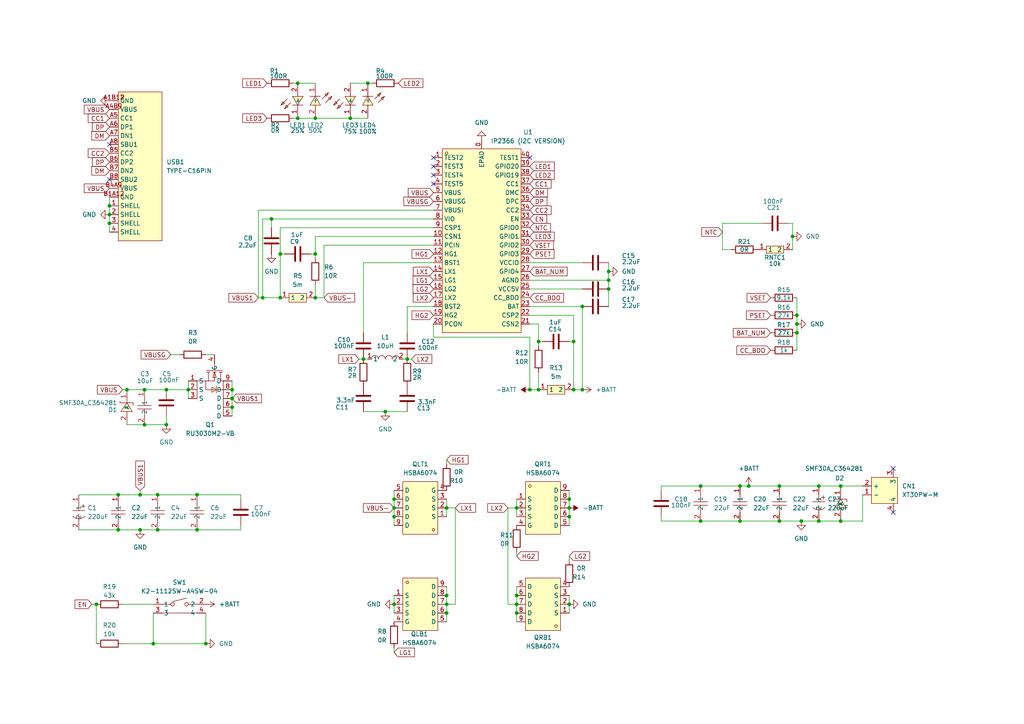
<source format=kicad_sch>
(kicad_sch (version 20250114) (generator "eeschema") (generator_version "9.0")
  (paper "A4")
  (junction (at 76.2 86.36))
  (junction (at 114.3 149.86))
  (junction (at 149.86 147.32))
  (junction (at 153.67 113.03))
  (junction (at 166.37 113.03))
  (junction (at 48.26 113.03))
  (junction (at 86.36 24.13))
  (junction (at 31.75 64.77))
  (junction (at 129.54 147.32))
  (junction (at 44.45 186.69))
  (junction (at 129.54 172.72))
  (junction (at 78.74 63.5))
  (junction (at 101.6 34.29))
  (junction (at 106.68 24.13))
  (junction (at 40.64 143.51))
  (junction (at 231.14 96.52))
  (junction (at 231.14 93.98))
  (junction (at 57.15 143.51))
  (junction (at 86.36 34.29))
  (junction (at 114.3 144.78))
  (junction (at 67.31 115.57))
  (junction (at 203.2 140.97))
  (junction (at 149.86 177.8))
  (junction (at 217.17 140.97))
  (junction (at 226.06 140.97))
  (junction (at 129.54 175.26))
  (junction (at 34.29 143.51))
  (junction (at 165.1 149.86))
  (junction (at 118.11 104.14))
  (junction (at 31.75 59.69))
  (junction (at 57.15 153.67))
  (junction (at 59.69 186.69))
  (junction (at 156.21 113.03))
  (junction (at 166.37 99.06))
  (junction (at 168.91 113.03))
  (junction (at 54.61 113.03))
  (junction (at 67.31 118.11))
  (junction (at 165.1 147.32))
  (junction (at 176.53 78.74))
  (junction (at 36.83 113.03))
  (junction (at 214.63 151.13))
  (junction (at 45.72 143.51))
  (junction (at 81.28 86.36))
  (junction (at 237.49 140.97))
  (junction (at 91.44 73.66))
  (junction (at 229.87 68.58))
  (junction (at 149.86 175.26))
  (junction (at 231.14 91.44))
  (junction (at 214.63 140.97))
  (junction (at 226.06 151.13))
  (junction (at 165.1 175.26))
  (junction (at 40.64 153.67))
  (junction (at 34.29 153.67))
  (junction (at 114.3 147.32))
  (junction (at 176.53 83.82))
  (junction (at 203.2 151.13))
  (junction (at 91.44 86.36))
  (junction (at 27.94 175.26))
  (junction (at 111.76 119.38))
  (junction (at 41.91 113.03))
  (junction (at 156.21 99.06))
  (junction (at 243.84 151.13))
  (junction (at 232.41 151.13))
  (junction (at 67.31 113.03))
  (junction (at 149.86 172.72))
  (junction (at 45.72 153.67))
  (junction (at 165.1 144.78))
  (junction (at 48.26 123.19))
  (junction (at 176.53 81.28))
  (junction (at 81.28 73.66))
  (junction (at 114.3 175.26))
  (junction (at 129.54 177.8))
  (junction (at 243.84 140.97))
  (junction (at 237.49 151.13))
  (junction (at 31.75 62.23))
  (junction (at 105.41 104.14))
  (junction (at 91.44 34.29))
  (junction (at 168.91 88.9))
  (junction (at 41.91 123.19))
  (no_connect (at 31.75 41.91))
  (no_connect (at 153.67 45.72))
  (no_connect (at 125.73 53.34))
  (no_connect (at 31.75 52.07))
  (no_connect (at 125.73 48.26))
  (no_connect (at 259.08 135.89))
  (no_connect (at 125.73 45.72))
  (no_connect (at 125.73 50.8))
  (no_connect (at 259.08 148.59))
  (wire (pts (xy 132.08 147.32) (xy 132.08 175.26)))
  (wire (pts (xy 232.41 151.13) (xy 237.49 151.13)))
  (wire (pts (xy 231.14 86.36) (xy 231.14 91.44)))
  (wire (pts (xy 40.64 153.67) (xy 45.72 153.67)))
  (wire (pts (xy 156.21 107.95) (xy 156.21 113.03)))
  (wire (pts (xy 26.67 175.26) (xy 27.94 175.26)))
  (wire (pts (xy 101.6 34.29) (xy 106.68 34.29)))
  (wire (pts (xy 231.14 93.98) (xy 231.14 96.52)))
  (wire (pts (xy 129.54 144.78) (xy 129.54 147.32)))
  (wire (pts (xy 104.14 104.14) (xy 105.41 104.14)))
  (wire (pts (xy 226.06 140.97) (xy 237.49 140.97)))
  (wire (pts (xy 91.44 82.55) (xy 91.44 86.36)))
  (wire (pts (xy 114.3 142.24) (xy 114.3 144.78)))
  (wire (pts (xy 165.1 142.24) (xy 165.1 144.78)))
  (wire (pts (xy 118.11 88.9) (xy 118.11 96.52)))
  (wire (pts (xy 176.53 83.82) (xy 176.53 88.9)))
  (wire (pts (xy 86.36 34.29) (xy 91.44 34.29)))
  (wire (pts (xy 231.14 91.44) (xy 231.14 93.98)))
  (wire (pts (xy 81.28 73.66) (xy 81.28 86.36)))
  (wire (pts (xy 85.09 34.29) (xy 86.36 34.29)))
  (wire (pts (xy 22.86 143.51) (xy 34.29 143.51)))
  (wire (pts (xy 81.28 66.04) (xy 81.28 73.66)))
  (wire (pts (xy 59.69 186.69) (xy 44.45 186.69)))
  (wire (pts (xy 41.91 113.03) (xy 48.26 113.03)))
  (wire (pts (xy 22.86 153.67) (xy 34.29 153.67)))
  (wire (pts (xy 54.61 110.49) (xy 54.61 113.03)))
  (wire (pts (xy 105.41 76.2) (xy 105.41 96.52)))
  (wire (pts (xy 125.73 88.9) (xy 118.11 88.9)))
  (wire (pts (xy 114.3 147.32) (xy 114.3 149.86)))
  (wire (pts (xy 166.37 113.03) (xy 168.91 113.03)))
  (wire (pts (xy 118.11 104.14) (xy 119.38 104.14)))
  (wire (pts (xy 153.67 83.82) (xy 168.91 83.82)))
  (wire (pts (xy 153.67 113.03) (xy 156.21 113.03)))
  (wire (pts (xy 237.49 140.97) (xy 243.84 140.97)))
  (wire (pts (xy 209.55 64.77) (xy 209.55 72.39)))
  (wire (pts (xy 67.31 110.49) (xy 67.31 113.03)))
  (wire (pts (xy 105.41 119.38) (xy 111.76 119.38)))
  (wire (pts (xy 153.67 91.44) (xy 166.37 91.44)))
  (wire (pts (xy 74.93 60.96) (xy 74.93 86.36)))
  (wire (pts (xy 34.29 153.67) (xy 40.64 153.67)))
  (wire (pts (xy 153.67 81.28) (xy 176.53 81.28)))
  (wire (pts (xy 168.91 113.03) (xy 168.91 88.9)))
  (wire (pts (xy 125.73 71.12) (xy 93.98 71.12)))
  (wire (pts (xy 209.55 72.39) (xy 212.09 72.39)))
  (wire (pts (xy 237.49 151.13) (xy 243.84 151.13)))
  (wire (pts (xy 129.54 133.35) (xy 129.54 134.62)))
  (wire (pts (xy 176.53 76.2) (xy 176.53 78.74)))
  (wire (pts (xy 76.2 86.36) (xy 81.28 86.36)))
  (wire (pts (xy 191.77 149.86) (xy 191.77 151.13)))
  (wire (pts (xy 165.1 99.06) (xy 166.37 99.06)))
  (wire (pts (xy 129.54 172.72) (xy 129.54 175.26)))
  (wire (pts (xy 34.29 143.51) (xy 40.64 143.51)))
  (wire (pts (xy 220.98 64.77) (xy 209.55 64.77)))
  (wire (pts (xy 52.07 102.87) (xy 49.53 102.87)))
  (wire (pts (xy 157.48 99.06) (xy 156.21 99.06)))
  (wire (pts (xy 149.86 147.32) (xy 149.86 149.86)))
  (wire (pts (xy 149.86 144.78) (xy 149.86 147.32)))
  (wire (pts (xy 129.54 175.26) (xy 129.54 177.8)))
  (wire (pts (xy 54.61 113.03) (xy 54.61 115.57)))
  (wire (pts (xy 27.94 175.26) (xy 27.94 186.69)))
  (wire (pts (xy 31.75 62.23) (xy 31.75 64.77)))
  (wire (pts (xy 111.76 119.38) (xy 118.11 119.38)))
  (wire (pts (xy 114.3 149.86) (xy 114.3 152.4)))
  (wire (pts (xy 168.91 88.9) (xy 153.67 88.9)))
  (wire (pts (xy 31.75 64.77) (xy 31.75 67.31)))
  (wire (pts (xy 40.64 142.24) (xy 40.64 143.51)))
  (wire (pts (xy 129.54 147.32) (xy 132.08 147.32)))
  (wire (pts (xy 74.93 86.36) (xy 76.2 86.36)))
  (wire (pts (xy 44.45 186.69) (xy 35.56 186.69)))
  (wire (pts (xy 129.54 170.18) (xy 129.54 172.72)))
  (wire (pts (xy 229.87 72.39) (xy 229.87 68.58)))
  (wire (pts (xy 114.3 175.26) (xy 114.3 177.8)))
  (wire (pts (xy 67.31 118.11) (xy 67.31 120.65)))
  (wire (pts (xy 149.86 177.8) (xy 149.86 180.34)))
  (wire (pts (xy 59.69 102.87) (xy 62.23 102.87)))
  (wire (pts (xy 40.64 143.51) (xy 45.72 143.51)))
  (wire (pts (xy 69.85 143.51) (xy 69.85 144.78)))
  (wire (pts (xy 166.37 91.44) (xy 166.37 99.06)))
  (wire (pts (xy 165.1 149.86) (xy 165.1 152.4)))
  (wire (pts (xy 165.1 175.26) (xy 165.1 177.8)))
  (wire (pts (xy 36.83 123.19) (xy 41.91 123.19)))
  (wire (pts (xy 36.83 113.03) (xy 41.91 113.03)))
  (wire (pts (xy 91.44 73.66) (xy 91.44 74.93)))
  (wire (pts (xy 147.32 147.32) (xy 147.32 175.26)))
  (wire (pts (xy 149.86 170.18) (xy 149.86 172.72)))
  (wire (pts (xy 69.85 153.67) (xy 69.85 152.4)))
  (wire (pts (xy 132.08 175.26) (xy 129.54 175.26)))
  (wire (pts (xy 149.86 147.32) (xy 147.32 147.32)))
  (wire (pts (xy 31.75 59.69) (xy 31.75 62.23)))
  (wire (pts (xy 166.37 99.06) (xy 166.37 113.03)))
  (wire (pts (xy 91.44 68.58) (xy 91.44 73.66)))
  (wire (pts (xy 45.72 143.51) (xy 57.15 143.51)))
  (wire (pts (xy 114.3 172.72) (xy 114.3 175.26)))
  (wire (pts (xy 101.6 24.13) (xy 106.68 24.13)))
  (wire (pts (xy 125.73 63.5) (xy 78.74 63.5)))
  (wire (pts (xy 114.3 144.78) (xy 114.3 147.32)))
  (wire (pts (xy 57.15 153.67) (xy 69.85 153.67)))
  (wire (pts (xy 44.45 177.8) (xy 44.45 186.69)))
  (wire (pts (xy 67.31 115.57) (xy 67.31 118.11)))
  (wire (pts (xy 214.63 151.13) (xy 226.06 151.13)))
  (wire (pts (xy 149.86 161.29) (xy 149.86 160.02)))
  (wire (pts (xy 229.87 64.77) (xy 228.6 64.77)))
  (wire (pts (xy 114.3 189.23) (xy 114.3 187.96)))
  (wire (pts (xy 226.06 151.13) (xy 232.41 151.13)))
  (wire (pts (xy 59.69 177.8) (xy 59.69 186.69)))
  (wire (pts (xy 90.17 73.66) (xy 91.44 73.66)))
  (wire (pts (xy 125.73 97.79) (xy 153.67 97.79)))
  (wire (pts (xy 35.56 175.26) (xy 44.45 175.26)))
  (wire (pts (xy 129.54 177.8) (xy 129.54 180.34)))
  (wire (pts (xy 86.36 24.13) (xy 91.44 24.13)))
  (wire (pts (xy 125.73 66.04) (xy 81.28 66.04)))
  (wire (pts (xy 176.53 81.28) (xy 176.53 83.82)))
  (wire (pts (xy 76.2 63.5) (xy 76.2 86.36)))
  (wire (pts (xy 191.77 140.97) (xy 203.2 140.97)))
  (wire (pts (xy 31.75 57.15) (xy 31.75 59.69)))
  (wire (pts (xy 165.1 172.72) (xy 165.1 175.26)))
  (wire (pts (xy 156.21 99.06) (xy 156.21 100.33)))
  (wire (pts (xy 165.1 144.78) (xy 165.1 147.32)))
  (wire (pts (xy 91.44 86.36) (xy 93.98 86.36)))
  (wire (pts (xy 78.74 63.5) (xy 78.74 66.04)))
  (wire (pts (xy 153.67 76.2) (xy 168.91 76.2)))
  (wire (pts (xy 67.31 113.03) (xy 67.31 115.57)))
  (wire (pts (xy 250.19 151.13) (xy 243.84 151.13)))
  (wire (pts (xy 165.1 147.32) (xy 165.1 149.86)))
  (wire (pts (xy 156.21 93.98) (xy 156.21 99.06)))
  (wire (pts (xy 214.63 140.97) (xy 217.17 140.97)))
  (wire (pts (xy 191.77 142.24) (xy 191.77 140.97)))
  (wire (pts (xy 48.26 113.03) (xy 54.61 113.03)))
  (wire (pts (xy 176.53 78.74) (xy 176.53 81.28)))
  (wire (pts (xy 116.84 104.14) (xy 118.11 104.14)))
  (wire (pts (xy 243.84 140.97) (xy 250.19 140.97)))
  (wire (pts (xy 165.1 161.29) (xy 165.1 162.56)))
  (wire (pts (xy 217.17 140.97) (xy 226.06 140.97)))
  (wire (pts (xy 125.73 68.58) (xy 91.44 68.58)))
  (wire (pts (xy 153.67 93.98) (xy 156.21 93.98)))
  (wire (pts (xy 129.54 147.32) (xy 129.54 149.86)))
  (wire (pts (xy 57.15 143.51) (xy 69.85 143.51)))
  (wire (pts (xy 45.72 153.67) (xy 57.15 153.67)))
  (wire (pts (xy 125.73 60.96) (xy 74.93 60.96)))
  (wire (pts (xy 149.86 172.72) (xy 149.86 175.26)))
  (wire (pts (xy 106.68 24.13) (xy 107.95 24.13)))
  (wire (pts (xy 82.55 73.66) (xy 81.28 73.66)))
  (wire (pts (xy 125.73 93.98) (xy 125.73 97.79)))
  (wire (pts (xy 203.2 151.13) (xy 214.63 151.13)))
  (wire (pts (xy 231.14 96.52) (xy 231.14 101.6)))
  (wire (pts (xy 229.87 68.58) (xy 229.87 64.77)))
  (wire (pts (xy 105.41 104.14) (xy 106.68 104.14)))
  (wire (pts (xy 91.44 34.29) (xy 101.6 34.29)))
  (wire (pts (xy 250.19 143.51) (xy 250.19 151.13)))
  (wire (pts (xy 48.26 120.65) (xy 48.26 123.19)))
  (wire (pts (xy 41.91 123.19) (xy 48.26 123.19)))
  (wire (pts (xy 93.98 71.12) (xy 93.98 86.36)))
  (wire (pts (xy 203.2 140.97) (xy 214.63 140.97)))
  (wire (pts (xy 35.56 113.03) (xy 36.83 113.03)))
  (wire (pts (xy 153.67 97.79) (xy 153.67 113.03)))
  (wire (pts (xy 149.86 175.26) (xy 149.86 177.8)))
  (wire (pts (xy 85.09 24.13) (xy 86.36 24.13)))
  (wire (pts (xy 125.73 76.2) (xy 105.41 76.2)))
  (wire (pts (xy 147.32 175.26) (xy 149.86 175.26)))
  (wire (pts (xy 78.74 63.5) (xy 76.2 63.5)))
  (wire (pts (xy 191.77 151.13) (xy 203.2 151.13)))
  (global_label "EN" (shape input) (at 153.67 63.5 0) (property "Intersheetrefs" "${INTERSHEET_REFS}" (effects (hide yes))))
  (global_label "VBUS1" (shape input) (at 74.93 86.36 180) (property "Intersheetrefs" "${INTERSHEET_REFS}" (effects (hide yes))))
  (global_label "HG2" (shape input) (at 149.86 161.29 0) (property "Intersheetrefs" "${INTERSHEET_REFS}" (effects (hide yes))))
  (global_label "LG1" (shape input) (at 125.73 81.28 180) (property "Intersheetrefs" "${INTERSHEET_REFS}" (effects (hide yes))))
  (global_label "LX1" (shape input) (at 125.73 78.74 180) (property "Intersheetrefs" "${INTERSHEET_REFS}" (effects (hide yes))))
  (global_label "VBUS" (shape input) (at 35.56 113.03 180) (property "Intersheetrefs" "${INTERSHEET_REFS}" (effects (hide yes))))
  (global_label "DM" (shape input) (at 31.75 39.37 180) (property "Intersheetrefs" "${INTERSHEET_REFS}" (effects (hide yes))))
  (global_label "LX2" (shape input) (at 147.32 147.32 180) (property "Intersheetrefs" "${INTERSHEET_REFS}" (effects (hide yes))))
  (global_label "LG2" (shape input) (at 125.73 83.82 180) (property "Intersheetrefs" "${INTERSHEET_REFS}" (effects (hide yes))))
  (global_label "LED3" (shape input) (at 153.67 68.58 0) (property "Intersheetrefs" "${INTERSHEET_REFS}" (effects (hide yes))))
  (global_label "CC1" (shape input) (at 153.67 53.34 0) (property "Intersheetrefs" "${INTERSHEET_REFS}" (effects (hide yes))))
  (global_label "LED1" (shape input) (at 153.67 48.26 0) (property "Intersheetrefs" "${INTERSHEET_REFS}" (effects (hide yes))))
  (global_label "VBUS" (shape input) (at 31.75 31.75 180) (property "Intersheetrefs" "${INTERSHEET_REFS}" (effects (hide yes))))
  (global_label "VSET" (shape input) (at 223.52 86.36 180) (property "Intersheetrefs" "${INTERSHEET_REFS}" (effects (hide yes))))
  (global_label "HG1" (shape input) (at 129.54 133.35 0) (property "Intersheetrefs" "${INTERSHEET_REFS}" (effects (hide yes))))
  (global_label "LED1" (shape input) (at 77.47 24.13 180) (property "Intersheetrefs" "${INTERSHEET_REFS}" (effects (hide yes))))
  (global_label "CC_BDO" (shape input) (at 153.67 86.36 0) (property "Intersheetrefs" "${INTERSHEET_REFS}" (effects (hide yes))))
  (global_label "VBUS-" (shape input) (at 93.98 86.36 0) (property "Intersheetrefs" "${INTERSHEET_REFS}" (effects (hide yes))))
  (global_label "DP" (shape input) (at 31.75 36.83 180) (property "Intersheetrefs" "${INTERSHEET_REFS}" (effects (hide yes))))
  (global_label "PSET" (shape input) (at 153.67 73.66 0) (property "Intersheetrefs" "${INTERSHEET_REFS}" (effects (hide yes))))
  (global_label "VBUS" (shape input) (at 31.75 54.61 180) (property "Intersheetrefs" "${INTERSHEET_REFS}" (effects (hide yes))))
  (global_label "CC1" (shape input) (at 31.75 34.29 180) (property "Intersheetrefs" "${INTERSHEET_REFS}" (effects (hide yes))))
  (global_label "LX1" (shape input) (at 132.08 147.32 0) (property "Intersheetrefs" "${INTERSHEET_REFS}" (effects (hide yes))))
  (global_label "VBUS1" (shape input) (at 40.64 142.24 90) (property "Intersheetrefs" "${INTERSHEET_REFS}" (effects (hide yes))))
  (global_label "HG2" (shape input) (at 125.73 91.44 180) (property "Intersheetrefs" "${INTERSHEET_REFS}" (effects (hide yes))))
  (global_label "NTC" (shape input) (at 209.55 67.31 180) (property "Intersheetrefs" "${INTERSHEET_REFS}" (effects (hide yes))))
  (global_label "EN" (shape input) (at 26.67 175.26 180) (property "Intersheetrefs" "${INTERSHEET_REFS}" (effects (hide yes))))
  (global_label "VBUS-" (shape input) (at 114.3 147.32 180) (property "Intersheetrefs" "${INTERSHEET_REFS}" (effects (hide yes))))
  (global_label "LG1" (shape input) (at 114.3 189.23 0) (property "Intersheetrefs" "${INTERSHEET_REFS}" (effects (hide yes))))
  (global_label "LED2" (shape input) (at 115.57 24.13 0) (property "Intersheetrefs" "${INTERSHEET_REFS}" (effects (hide yes))))
  (global_label "DP" (shape input) (at 153.67 58.42 0) (property "Intersheetrefs" "${INTERSHEET_REFS}" (effects (hide yes))))
  (global_label "LED2" (shape input) (at 153.67 50.8 0) (property "Intersheetrefs" "${INTERSHEET_REFS}" (effects (hide yes))))
  (global_label "CC_BDO" (shape input) (at 223.52 101.6 180) (property "Intersheetrefs" "${INTERSHEET_REFS}" (effects (hide yes))))
  (global_label "VSET" (shape input) (at 153.67 71.12 0) (property "Intersheetrefs" "${INTERSHEET_REFS}" (effects (hide yes))))
  (global_label "PSET" (shape input) (at 223.52 91.44 180) (property "Intersheetrefs" "${INTERSHEET_REFS}" (effects (hide yes))))
  (global_label "NTC" (shape input) (at 153.67 66.04 0) (property "Intersheetrefs" "${INTERSHEET_REFS}" (effects (hide yes))))
  (global_label "LX2" (shape input) (at 119.38 104.14 0) (property "Intersheetrefs" "${INTERSHEET_REFS}" (effects (hide yes))))
  (global_label "CC2" (shape input) (at 153.67 60.96 0) (property "Intersheetrefs" "${INTERSHEET_REFS}" (effects (hide yes))))
  (global_label "LED3" (shape input) (at 77.47 34.29 180) (property "Intersheetrefs" "${INTERSHEET_REFS}" (effects (hide yes))))
  (global_label "VBUS" (shape input) (at 125.73 55.88 180) (property "Intersheetrefs" "${INTERSHEET_REFS}" (effects (hide yes))))
  (global_label "LX2" (shape input) (at 125.73 86.36 180) (property "Intersheetrefs" "${INTERSHEET_REFS}" (effects (hide yes))))
  (global_label "DP" (shape input) (at 31.75 46.99 180) (property "Intersheetrefs" "${INTERSHEET_REFS}" (effects (hide yes))))
  (global_label "VBUSG" (shape input) (at 49.53 102.87 180) (property "Intersheetrefs" "${INTERSHEET_REFS}" (effects (hide yes))))
  (global_label "VBUSG" (shape input) (at 125.73 58.42 180) (property "Intersheetrefs" "${INTERSHEET_REFS}" (effects (hide yes))))
  (global_label "HG1" (shape input) (at 125.73 73.66 180) (property "Intersheetrefs" "${INTERSHEET_REFS}" (effects (hide yes))))
  (global_label "VBUS1" (shape input) (at 67.31 115.57 0) (property "Intersheetrefs" "${INTERSHEET_REFS}" (effects (hide yes))))
  (global_label "LG2" (shape input) (at 165.1 161.29 0) (property "Intersheetrefs" "${INTERSHEET_REFS}" (effects (hide yes))))
  (global_label "LX1" (shape input) (at 104.14 104.14 180) (property "Intersheetrefs" "${INTERSHEET_REFS}" (effects (hide yes))))
  (global_label "CC2" (shape input) (at 31.75 44.45 180) (property "Intersheetrefs" "${INTERSHEET_REFS}" (effects (hide yes))))
  (global_label "DM" (shape input) (at 31.75 49.53 180) (property "Intersheetrefs" "${INTERSHEET_REFS}" (effects (hide yes))))
  (global_label "BAT_NUM" (shape input) (at 153.67 78.74 0) (property "Intersheetrefs" "${INTERSHEET_REFS}" (effects (hide yes))))
  (global_label "BAT_NUM" (shape input) (at 223.52 96.52 180) (property "Intersheetrefs" "${INTERSHEET_REFS}" (effects (hide yes))))
  (global_label "DM" (shape input) (at 153.67 55.88 0) (property "Intersheetrefs" "${INTERSHEET_REFS}" (effects (hide yes))))
  (symbol (lib_id "EASYEDA2KICAD:IP2366(I2CVERSION)") (at 139.7 68.58 0) (unit 1)
    (property "Reference" "U1" (at 153.162 38.354 0))
    (property "Value" "IP2366 (I2C VERSION)" (at 153.162 40.894 0))
    (property "Footprint" "easyeda2kicad:QFN-40_L5.0-W5.0-P0.40-TL-EP3.7" (effects (hide yes)))
    (property "LCSC Part" "C20415848" (effects (hide yes)))
  )
  (symbol (lib_id "Device:R") (at 227.33 96.52 90) (unit 1)
    (property "Reference" "R17" (at 227.33 94.234 90))
    (property "Value" "27k" (at 227.33 96.52 90))
    (property "Footprint" "Resistor_SMD:R_0603_1608Metric_Pad0.98x0.95mm_HandSolder" (effects (hide yes)))
    (property "Description" "Resistor" (effects (hide yes)))
  )
  (symbol (lib_id "easyeda2kicad:NCD0603W1") (at 91.44 29.21 270) (unit 1)
    (property "Reference" "LED2" (at 91.44 36.322 90))
    (property "Value" "50%" (at 91.44 37.846 90))
    (property "Footprint" "easyeda2kicad:LED0603-RD" (effects (hide yes)))
    (property "Datasheet" "https://lcsc.com/product-detail/Light-Emitting-Diodes-LED_White-light-SMDLED-200-225mcdatIF-5mA-Color-temperature-C_C84265.html" (effects (hide yes)))
    (property "LCSC Part" "C84265" (effects (hide yes)))
  )
  (symbol (lib_id "easyeda2kicad:SMF30A_C364281") (at 243.84 146.05 270) (unit 1)
    (property "Reference" "D2" (at 244.856 138.684 90) (effects (justify right)))
    (property "Value" "SMF30A_C364281" (at 250.444 135.89 90) (effects (justify right)))
    (property "Footprint" "easyeda2kicad:SOD-123_L2.6-W1.6-LS3.5-RD" (effects (hide yes)))
    (property "Datasheet" "https://lcsc.com/product-detail/Others_MDD-Jiangsu-Yutai-Elec-SMF30A_C364281.html" (effects (hide yes)))
    (property "LCSC Part" "C364281" (effects (hide yes)))
  )
  (symbol (lib_id "EASYEDA2KICAD:RU3030M2-VB") (at 59.69 113.03 270) (unit 1)
    (property "Reference" "Q1" (at 60.96 123.19 90))
    (property "Value" "RU3030M2-VB" (at 60.96 125.73 90))
    (property "Footprint" "easyeda2kicad:DFN-8_L3.0-W3.0-P0.65-BL_VBQFXXXX" (effects (hide yes)))
    (property "LCSC Part" "C19190164" (effects (hide yes)))
  )
  (symbol (lib_id "easyeda2kicad:GMK325BJ226MM-P") (at 45.72 148.59 270) (unit 1)
    (property "Reference" "C4" (at 49.53 147.3199 90) (effects (justify left)))
    (property "Value" "22uF" (at 49.53 149.8599 90) (effects (justify left)))
    (property "Footprint" "easyeda2kicad:C1210" (effects (hide yes)))
    (property "LCSC Part" "C778721" (effects (hide yes)))
  )
  (symbol (lib_id "easyeda2kicad:NCD0603W1") (at 106.68 29.21 270) (unit 1)
    (property "Reference" "LED4" (at 106.68 36.322 90))
    (property "Value" "100%" (at 106.68 38.1 90))
    (property "Footprint" "easyeda2kicad:LED0603-RD" (effects (hide yes)))
    (property "Datasheet" "https://lcsc.com/product-detail/Light-Emitting-Diodes-LED_White-light-SMDLED-200-225mcdatIF-5mA-Color-temperature-C_C84265.html" (effects (hide yes)))
    (property "LCSC Part" "C84265" (effects (hide yes)))
  )
  (symbol (lib_id "Device:R") (at 129.54 138.43 180) (unit 1)
    (property "Reference" "R10" (at 134.366 139.446 0) (effects (justify left)))
    (property "Value" "0R" (at 134.366 136.906 0) (effects (justify left)))
    (property "Footprint" "Resistor_SMD:R_0603_1608Metric_Pad0.98x0.95mm_HandSolder" (effects (hide yes)))
    (property "Description" "Resistor" (effects (hide yes)))
  )
  (symbol (lib_id "power:+BATT") (at 59.69 175.26 270) (unit 1)
    (property "Reference" "#PWR019" (effects (hide yes)))
    (property "Value" "+BATT" (at 63.5 175.2599 90) (effects (justify left)))
    (property "Description" "Power symbol creates a global label with name \"+BATT\"" (effects (hide yes)))
  )
  (symbol (lib_id "EASYEDA2KICAD:TYPE-C16PIN") (at 40.64 48.26 0) (unit 1)
    (property "Reference" "USB1" (at 48.26 46.9899 0) (effects (justify left)))
    (property "Value" "TYPE-C16PIN" (at 48.26 49.5299 0) (effects (justify left)))
    (property "Footprint" "easyeda2kicad:USB-C-SMD_TYPE-C16PIN" (effects (hide yes)))
    (property "Datasheet" "https://lcsc.com/product-detail/USB-Connectors_SHOU-HAN-TYPE-C16PIN_C393939.html" (effects (hide yes)))
    (property "LCSC Part" "C393939" (effects (hide yes)))
  )
  (symbol (lib_id "EASYEDA2KICAD:HSBA6074") (at 121.92 175.26 0) (unit 1)
    (property "Reference" "QLB1" (at 121.666 183.896 0))
    (property "Value" "HSBA6074" (at 121.666 186.436 0))
    (property "Footprint" "easyeda2kicad:DFN-8_L5.7-W5.1-P1.27-LS6.1-BL-2" (effects (hide yes)))
    (property "LCSC Part" "C2903566" (effects (hide yes)))
  )
  (symbol (lib_id "power:GND") (at 139.7 40.64 180) (unit 1)
    (property "Reference" "#PWR08" (effects (hide yes)))
    (property "Value" "GND" (at 139.7 35.56 0))
    (property "Description" "Power symbol creates a global label with name \"GND\" , ground" (effects (hide yes)))
  )
  (symbol (lib_id "power:GND") (at 48.26 123.19 0) (unit 1)
    (property "Reference" "#PWR04" (effects (hide yes)))
    (property "Value" "GND" (at 48.26 128.27 0))
    (property "Description" "Power symbol creates a global label with name \"GND\" , ground" (effects (hide yes)))
  )
  (symbol (lib_id "Device:C") (at 118.11 100.33 0) (unit 1)
    (property "Reference" "C12" (at 122.174 99.06 0) (effects (justify left)))
    (property "Value" "100nF" (at 121.158 100.838 0) (effects (justify left)))
    (property "Footprint" "Capacitor_SMD:C_0603_1608Metric_Pad1.08x0.95mm_HandSolder" (effects (hide yes)))
    (property "Description" "Unpolarized capacitor" (effects (hide yes)))
  )
  (symbol (lib_id "Device:C") (at 86.36 73.66 270) (unit 1)
    (property "Reference" "C9" (at 84.074 70.104 90) (effects (justify left)))
    (property "Value" "1uF" (at 84.328 68.072 90) (effects (justify left)))
    (property "Footprint" "Capacitor_SMD:C_0603_1608Metric_Pad1.08x0.95mm_HandSolder" (effects (hide yes)))
    (property "Description" "Unpolarized capacitor" (effects (hide yes)))
  )
  (symbol (lib_id "Device:R") (at 31.75 175.26 90) (unit 1)
    (property "Reference" "R19" (at 31.75 170.18 90))
    (property "Value" "43k" (at 31.75 172.72 90))
    (property "Footprint" "Resistor_SMD:R_0603_1608Metric_Pad0.98x0.95mm_HandSolder" (effects (hide yes)))
    (property "Description" "Resistor" (effects (hide yes)))
  )
  (symbol (lib_id "easyeda2kicad:FRM121WFR005TM") (at 86.36 86.36 0) (unit 1)
    (property "Reference" "R5" (at 86.36 80.01 0))
    (property "Value" "5m" (at 86.36 82.55 0))
    (property "Footprint" "Resistor_SMD:R_2512_6332Metric_Pad1.40x3.35mm_HandSolder" (effects (hide yes)))
    (property "LCSC Part" "C5123656" (effects (hide yes)))
  )
  (symbol (lib_id "power:GND") (at 59.69 186.69 90) (unit 1)
    (property "Reference" "#PWR018" (effects (hide yes)))
    (property "Value" "GND" (at 63.5 186.6899 90) (effects (justify right)))
    (property "Description" "Power symbol creates a global label with name \"GND\" , ground" (effects (hide yes)))
  )
  (symbol (lib_id "easyeda2kicad:SPZ1VM221F11O00RAXXX") (at 22.86 148.59 270) (unit 1)
    (property "Reference" "C1" (at 25.4 147.3199 90) (effects (justify left)))
    (property "Value" "220uF" (at 25.4 149.8599 90) (effects (justify left)))
    (property "Footprint" "easyeda2kicad:CAP-TH_BD8.0-P3.50-D0.6-FD" (effects (hide yes)))
    (property "LCSC Part" "C2688260" (effects (hide yes)))
  )
  (symbol (lib_id "Device:R") (at 81.28 34.29 270) (unit 1)
    (property "Reference" "R2" (at 78.486 36.322 90) (effects (justify left)))
    (property "Value" "0R" (at 78.486 37.846 90) (effects (justify left)))
    (property "Footprint" "Resistor_SMD:R_0603_1608Metric_Pad0.98x0.95mm_HandSolder" (effects (hide yes)))
    (property "Description" "Resistor" (effects (hide yes)))
  )
  (symbol (lib_id "power:+BATT") (at 217.17 140.97 0) (unit 1)
    (property "Reference" "#PWR014" (effects (hide yes)))
    (property "Value" "+BATT" (at 217.17 135.89 0))
    (property "Description" "Power symbol creates a global label with name \"+BATT\"" (effects (hide yes)))
  )
  (symbol (lib_id "Device:C") (at 105.41 115.57 0) (unit 1)
    (property "Reference" "C11" (at 97.282 118.11 0) (effects (justify left)))
    (property "Value" "3.3nF" (at 97.536 116.078 0) (effects (justify left)))
    (property "Footprint" "Capacitor_SMD:C_0603_1608Metric_Pad1.08x0.95mm_HandSolder" (effects (hide yes)))
    (property "Description" "Unpolarized capacitor" (effects (hide yes)))
  )
  (symbol (lib_id "power:GND") (at 40.64 153.67 0) (unit 1)
    (property "Reference" "#PWR03" (effects (hide yes)))
    (property "Value" "GND" (at 40.64 158.75 0))
    (property "Description" "Power symbol creates a global label with name \"GND\" , ground" (effects (hide yes)))
  )
  (symbol (lib_id "Device:C") (at 48.26 116.84 0) (unit 1)
    (property "Reference" "C5" (at 46.99 108.458 0) (effects (justify left)))
    (property "Value" "100nF" (at 45.974 110.236 0) (effects (justify left)))
    (property "Footprint" "Capacitor_SMD:C_0603_1608Metric_Pad1.08x0.95mm_HandSolder" (effects (hide yes)))
    (property "Description" "Unpolarized capacitor" (effects (hide yes)))
  )
  (symbol (lib_id "Device:C") (at 224.79 64.77 90) (unit 1)
    (property "Reference" "C21" (at 226.314 60.198 90) (effects (justify left)))
    (property "Value" "100nF" (at 227.33 58.42 90) (effects (justify left)))
    (property "Footprint" "Capacitor_SMD:C_0603_1608Metric_Pad1.08x0.95mm_HandSolder" (effects (hide yes)))
    (property "Description" "Unpolarized capacitor" (effects (hide yes)))
  )
  (symbol (lib_id "easyeda2kicad:RC0603FR-0710KL") (at 224.79 72.39 0) (unit 1)
    (property "Reference" "RNTC1" (at 224.79 74.676 0))
    (property "Value" "10k" (at 224.79 76.454 0))
    (property "Footprint" "easyeda2kicad:R0603" (effects (hide yes)))
    (property "Datasheet" "https://lcsc.com/product-detail/Chip-Resistor-Surface-Mount_10KR-1_C98220.html" (effects (hide yes)))
    (property "LCSC Part" "C98220" (effects (hide yes)))
  )
  (symbol (lib_id "Device:C") (at 172.72 88.9 270) (unit 1)
    (property "Reference" "C17" (at 180.34 86.868 90) (effects (justify left)))
    (property "Value" "2.2uF" (at 180.34 88.646 90) (effects (justify left)))
    (property "Footprint" "Capacitor_SMD:C_0603_1608Metric_Pad1.08x0.95mm_HandSolder" (effects (hide yes)))
    (property "Description" "Unpolarized capacitor" (effects (hide yes)))
  )
  (symbol (lib_id "Device:R") (at 156.21 104.14 0) (unit 1)
    (property "Reference" "R12" (at 149.352 102.362 0) (effects (justify left)))
    (property "Value" "10R" (at 149.352 104.902 0) (effects (justify left)))
    (property "Footprint" "Capacitor_SMD:C_0603_1608Metric_Pad1.08x0.95mm_HandSolder" (effects (hide yes)))
    (property "Description" "Resistor" (effects (hide yes)))
  )
  (symbol (lib_id "power:-BATT") (at 165.1 147.32 270) (unit 1)
    (property "Reference" "#PWR010" (effects (hide yes)))
    (property "Value" "-BATT" (at 168.91 147.3199 90) (effects (justify left)))
    (property "Description" "Power symbol creates a global label with name \"-BATT\"" (effects (hide yes)))
  )
  (symbol (lib_id "easyeda2kicad:XT30PW-M") (at 255.27 142.24 90) (unit 1)
    (property "Reference" "CN1" (at 261.62 140.9699 90) (effects (justify right)))
    (property "Value" "XT30PW-M" (at 261.62 143.5099 90) (effects (justify right)))
    (property "Footprint" "easyeda2kicad:CONN-TH_XT30PW-M" (effects (hide yes)))
    (property "Datasheet" "https://lcsc.com/product-detail/New-Arrivals_Changzhou-Amass-Elec-XT30PW-MMale-head_C431092.html" (effects (hide yes)))
    (property "LCSC Part" "C431092" (effects (hide yes)))
  )
  (symbol (lib_id "easyeda2kicad:NCD0603W1") (at 101.6 29.21 90) (unit 1)
    (property "Reference" "LED3" (at 101.6 36.322 90))
    (property "Value" "75%" (at 101.6 38.1 90))
    (property "Footprint" "easyeda2kicad:LED0603-RD" (effects (hide yes)))
    (property "Datasheet" "https://lcsc.com/product-detail/Light-Emitting-Diodes-LED_White-light-SMDLED-200-225mcdatIF-5mA-Color-temperature-C_C84265.html" (effects (hide yes)))
    (property "LCSC Part" "C84265" (effects (hide yes)))
  )
  (symbol (lib_id "Device:C") (at 105.41 100.33 0) (unit 1)
    (property "Reference" "C10" (at 97.79 98.552 0) (effects (justify left)))
    (property "Value" "100nF" (at 96.774 100.33 0) (effects (justify left)))
    (property "Footprint" "Capacitor_SMD:C_0603_1608Metric_Pad1.08x0.95mm_HandSolder" (effects (hide yes)))
    (property "Description" "Unpolarized capacitor" (effects (hide yes)))
  )
  (symbol (lib_id "easyeda2kicad:FRM121WFR005TM") (at 161.29 113.03 0) (unit 1)
    (property "Reference" "R13" (at 161.29 106.68 0))
    (property "Value" "5m" (at 161.29 109.22 0))
    (property "Footprint" "Resistor_SMD:R_2512_6332Metric_Pad1.40x3.35mm_HandSolder" (effects (hide yes)))
    (property "LCSC Part" "C5123656" (effects (hide yes)))
  )
  (symbol (lib_id "easyeda2kicad:GMK325BJ226MM-P") (at 226.06 146.05 270) (unit 1)
    (property "Reference" "C22" (at 229.87 144.7799 90) (effects (justify left)))
    (property "Value" "22uF" (at 229.87 147.3199 90) (effects (justify left)))
    (property "Footprint" "easyeda2kicad:C1210" (effects (hide yes)))
    (property "LCSC Part" "C778721" (effects (hide yes)))
  )
  (symbol (lib_id "easyeda2kicad:SPZ1VM221F11O00RAXXX") (at 237.49 146.05 270) (unit 1)
    (property "Reference" "C23" (at 240.03 144.7799 90) (effects (justify left)))
    (property "Value" "220uF" (at 240.03 147.3199 90) (effects (justify left)))
    (property "Footprint" "easyeda2kicad:CAP-TH_BD8.0-P3.50-D0.6-FD" (effects (hide yes)))
    (property "LCSC Part" "C2688260" (effects (hide yes)))
  )
  (symbol (lib_id "Device:C") (at 78.74 69.85 0) (unit 1)
    (property "Reference" "C8" (at 70.612 69.088 0) (effects (justify left)))
    (property "Value" "2.2uF" (at 69.088 71.12 0) (effects (justify left)))
    (property "Footprint" "Capacitor_SMD:C_0603_1608Metric_Pad1.08x0.95mm_HandSolder" (effects (hide yes)))
    (property "Description" "Unpolarized capacitor" (effects (hide yes)))
  )
  (symbol (lib_id "power:GND") (at 111.76 119.38 0) (unit 1)
    (property "Reference" "#PWR06" (effects (hide yes)))
    (property "Value" "GND" (at 111.76 124.46 0))
    (property "Description" "Power symbol creates a global label with name \"GND\" , ground" (effects (hide yes)))
  )
  (symbol (lib_id "easyeda2kicad:GMK325BJ226MM-P") (at 34.29 148.59 270) (unit 1)
    (property "Reference" "C2" (at 38.1 147.3199 90) (effects (justify left)))
    (property "Value" "22uF" (at 38.1 149.8599 90) (effects (justify left)))
    (property "Footprint" "easyeda2kicad:C1210" (effects (hide yes)))
    (property "LCSC Part" "C778721" (effects (hide yes)))
  )
  (symbol (lib_id "easyeda2kicad:SRP1265A-100M") (at 111.76 104.14 0) (unit 1)
    (property "Reference" "L1" (at 111.76 97.79 0))
    (property "Value" "10uH" (at 111.76 100.33 0))
    (property "Footprint" "easyeda2kicad:IND-SMD_L13.5-W12.5" (effects (hide yes)))
    (property "LCSC Part" "C840531" (effects (hide yes)))
  )
  (symbol (lib_id "Device:R") (at 227.33 101.6 90) (unit 1)
    (property "Reference" "R18" (at 227.33 99.314 90))
    (property "Value" "1k" (at 227.33 101.6 90))
    (property "Footprint" "Resistor_SMD:R_0603_1608Metric_Pad0.98x0.95mm_HandSolder" (effects (hide yes)))
    (property "Description" "Resistor" (effects (hide yes)))
  )
  (symbol (lib_id "Device:C") (at 172.72 83.82 270) (unit 1)
    (property "Reference" "C16" (at 180.34 81.788 90) (effects (justify left)))
    (property "Value" "2.2uF" (at 180.34 83.566 90) (effects (justify left)))
    (property "Footprint" "Capacitor_SMD:C_0603_1608Metric_Pad1.08x0.95mm_HandSolder" (effects (hide yes)))
    (property "Description" "Unpolarized capacitor" (effects (hide yes)))
  )
  (symbol (lib_id "easyeda2kicad:GMK325BJ226MM-P") (at 203.2 146.05 270) (unit 1)
    (property "Reference" "C19" (at 207.01 144.7799 90) (effects (justify left)))
    (property "Value" "22uF" (at 207.01 147.3199 90) (effects (justify left)))
    (property "Footprint" "easyeda2kicad:C1210" (effects (hide yes)))
    (property "LCSC Part" "C778721" (effects (hide yes)))
  )
  (symbol (lib_id "Device:R") (at 215.9 72.39 90) (unit 1)
    (property "Reference" "R21" (at 215.9 70.104 90))
    (property "Value" "0R" (at 215.9 72.39 90))
    (property "Footprint" "Resistor_SMD:R_0603_1608Metric_Pad0.98x0.95mm_HandSolder" (effects (hide yes)))
    (property "Description" "Resistor" (effects (hide yes)))
  )
  (symbol (lib_id "power:-BATT") (at 153.67 113.03 90) (unit 1)
    (property "Reference" "#PWR09" (effects (hide yes)))
    (property "Value" "-BATT" (at 149.86 113.0299 90) (effects (justify left)))
    (property "Description" "Power symbol creates a global label with name \"-BATT\"" (effects (hide yes)))
  )
  (symbol (lib_id "Device:C") (at 161.29 99.06 270) (unit 1)
    (property "Reference" "C14" (at 159.004 95.504 90) (effects (justify left)))
    (property "Value" "1uF" (at 159.258 93.472 90) (effects (justify left)))
    (property "Footprint" "Capacitor_SMD:C_0603_1608Metric_Pad1.08x0.95mm_HandSolder" (effects (hide yes)))
    (property "Description" "Unpolarized capacitor" (effects (hide yes)))
  )
  (symbol (lib_id "easyeda2kicad:GMK325BJ226MM-P") (at 57.15 148.59 270) (unit 1)
    (property "Reference" "C6" (at 60.96 147.3199 90) (effects (justify left)))
    (property "Value" "22uF" (at 60.96 149.8599 90) (effects (justify left)))
    (property "Footprint" "easyeda2kicad:C1210" (effects (hide yes)))
    (property "LCSC Part" "C778721" (effects (hide yes)))
  )
  (symbol (lib_id "power:GND") (at 231.14 93.98 90) (unit 1)
    (property "Reference" "#PWR016" (effects (hide yes)))
    (property "Value" "GND" (at 234.95 93.9799 90) (effects (justify right)))
    (property "Description" "Power symbol creates a global label with name \"GND\" , ground" (effects (hide yes)))
  )
  (symbol (lib_id "power:GND") (at 176.53 78.74 90) (unit 1)
    (property "Reference" "#PWR013" (effects (hide yes)))
    (property "Value" "GND" (at 180.34 78.7399 90) (effects (justify right)))
    (property "Description" "Power symbol creates a global label with name \"GND\" , ground" (effects (hide yes)))
  )
  (symbol (lib_id "power:GND") (at 31.75 62.23 270) (unit 1)
    (property "Reference" "#PWR02" (effects (hide yes)))
    (property "Value" "GND" (at 27.94 62.2299 90) (effects (justify right)))
    (property "Description" "Power symbol creates a global label with name \"GND\" , ground" (effects (hide yes)))
  )
  (symbol (lib_id "power:GND") (at 165.1 175.26 90) (unit 1)
    (property "Reference" "#PWR011" (effects (hide yes)))
    (property "Value" "GND" (at 168.91 175.2599 90) (effects (justify right)))
    (property "Description" "Power symbol creates a global label with name \"GND\" , ground" (effects (hide yes)))
  )
  (symbol (lib_id "easyeda2kicad:CL31B106KBHNNNE") (at 41.91 118.11 270) (unit 1)
    (property "Reference" "C3" (at 40.64 108.458 90) (effects (justify left)))
    (property "Value" "10uF" (at 39.624 110.49 90) (effects (justify left)))
    (property "Footprint" "easyeda2kicad:C1206" (effects (hide yes)))
    (property "Datasheet" "https://lcsc.com/product-detail/Multilayer-Ceramic-Capacitors-MLCC-SMD-SMT_SAMSUNG_CL31B106KBHNNNE_10uF-106-10-50V_C89632.html" (effects (hide yes)))
    (property "LCSC Part" "C89632" (effects (hide yes)))
  )
  (symbol (lib_id "Device:C") (at 172.72 76.2 270) (unit 1)
    (property "Reference" "C15" (at 180.34 74.168 90) (effects (justify left)))
    (property "Value" "2.2uF" (at 180.34 75.946 90) (effects (justify left)))
    (property "Footprint" "Capacitor_SMD:C_0603_1608Metric_Pad1.08x0.95mm_HandSolder" (effects (hide yes)))
    (property "Description" "Unpolarized capacitor" (effects (hide yes)))
  )
  (symbol (lib_id "Device:C") (at 69.85 148.59 0) (unit 1)
    (property "Reference" "C7" (at 73.66 147.32 0) (effects (justify left)))
    (property "Value" "100nF" (at 72.644 149.098 0) (effects (justify left)))
    (property "Footprint" "Capacitor_SMD:C_0603_1608Metric_Pad1.08x0.95mm_HandSolder" (effects (hide yes)))
    (property "Description" "Unpolarized capacitor" (effects (hide yes)))
  )
  (symbol (lib_id "EASYEDA2KICAD:HSBA6074") (at 121.92 147.32 180) (unit 1)
    (property "Reference" "QLT1" (at 121.92 134.62 0))
    (property "Value" "HSBA6074" (at 121.92 137.16 0))
    (property "Footprint" "easyeda2kicad:DFN-8_L5.7-W5.1-P1.27-LS6.1-BL-2" (effects (hide yes)))
    (property "LCSC Part" "C2903566" (effects (hide yes)))
  )
  (symbol (lib_id "EASYEDA2KICAD:HSBA6074") (at 157.48 147.32 0) (unit 1)
    (property "Reference" "QRT1" (at 157.48 134.62 0))
    (property "Value" "HSBA6074" (at 157.48 137.16 0))
    (property "Footprint" "easyeda2kicad:DFN-8_L5.7-W5.1-P1.27-LS6.1-BL-2" (effects (hide yes)))
    (property "LCSC Part" "C2903566" (effects (hide yes)))
  )
  (symbol (lib_id "power:GND") (at 114.3 175.26 270) (unit 1)
    (property "Reference" "#PWR07" (effects (hide yes)))
    (property "Value" "GND" (at 110.49 175.2599 90) (effects (justify right)))
    (property "Description" "Power symbol creates a global label with name \"GND\" , ground" (effects (hide yes)))
  )
  (symbol (lib_id "power:GND") (at 31.75 29.21 270) (unit 1)
    (property "Reference" "#PWR01" (effects (hide yes)))
    (property "Value" "GND" (at 27.94 29.2099 90) (effects (justify right)))
    (property "Description" "Power symbol creates a global label with name \"GND\" , ground" (effects (hide yes)))
  )
  (symbol (lib_id "power:GND") (at 229.87 68.58 90) (unit 1)
    (property "Reference" "#PWR015" (effects (hide yes)))
    (property "Value" "GND" (at 233.68 68.5799 90) (effects (justify right)))
    (property "Description" "Power symbol creates a global label with name \"GND\" , ground" (effects (hide yes)))
  )
  (symbol (lib_id "power:+BATT") (at 168.91 113.03 270) (unit 1)
    (property "Reference" "#PWR012" (effects (hide yes)))
    (property "Value" "+BATT" (at 172.72 113.0299 90) (effects (justify left)))
    (property "Description" "Power symbol creates a global label with name \"+BATT\"" (effects (hide yes)))
  )
  (symbol (lib_id "Device:R") (at 81.28 24.13 270) (unit 1)
    (property "Reference" "R1" (at 78.232 20.574 90) (effects (justify left)))
    (property "Value" "100R" (at 78.232 22.098 90) (effects (justify left)))
    (property "Footprint" "Resistor_SMD:R_0603_1608Metric_Pad0.98x0.95mm_HandSolder" (effects (hide yes)))
    (property "Description" "Resistor" (effects (hide yes)))
  )
  (symbol (lib_id "power:GND") (at 232.41 151.13 0) (unit 1)
    (property "Reference" "#PWR017" (effects (hide yes)))
    (property "Value" "GND" (at 232.41 156.21 0))
    (property "Description" "Power symbol creates a global label with name \"GND\" , ground" (effects (hide yes)))
  )
  (symbol (lib_id "Device:C") (at 118.11 115.57 0) (unit 1)
    (property "Reference" "C13" (at 120.904 118.364 0) (effects (justify left)))
    (property "Value" "3.3nF" (at 121.158 116.586 0) (effects (justify left)))
    (property "Footprint" "Capacitor_SMD:C_0603_1608Metric_Pad1.08x0.95mm_HandSolder" (effects (hide yes)))
    (property "Description" "Unpolarized capacitor" (effects (hide yes)))
  )
  (symbol (lib_id "Device:R") (at 111.76 24.13 270) (unit 1)
    (property "Reference" "R4" (at 108.966 20.574 90) (effects (justify left)))
    (property "Value" "100R" (at 108.966 22.098 90) (effects (justify left)))
    (property "Footprint" "Resistor_SMD:R_0603_1608Metric_Pad0.98x0.95mm_HandSolder" (effects (hide yes)))
    (property "Description" "Resistor" (effects (hide yes)))
  )
  (symbol (lib_id "power:GND") (at 78.74 73.66 0) (unit 1)
    (property "Reference" "#PWR05" (effects (hide yes)))
    (property "Value" "GND" (at 78.74 78.74 0))
    (property "Description" "Power symbol creates a global label with name \"GND\" , ground" (effects (hide yes)))
  )
  (symbol (lib_id "EASYEDA2KICAD:HSBA6074") (at 157.48 175.26 180) (unit 1)
    (property "Reference" "QRB1" (at 157.48 184.912 0))
    (property "Value" "HSBA6074" (at 157.48 187.452 0))
    (property "Footprint" "easyeda2kicad:DFN-8_L5.7-W5.1-P1.27-LS6.1-BL-2" (effects (hide yes)))
    (property "LCSC Part" "C2903566" (effects (hide yes)))
  )
  (symbol (lib_id "Device:R") (at 55.88 102.87 90) (unit 1)
    (property "Reference" "R3" (at 55.88 96.52 90))
    (property "Value" "0R" (at 55.88 99.06 90))
    (property "Footprint" "Resistor_SMD:R_0603_1608Metric_Pad0.98x0.95mm_HandSolder" (effects (hide yes)))
    (property "Description" "Resistor" (effects (hide yes)))
  )
  (symbol (lib_id "easyeda2kicad:GMK325BJ226MM-P") (at 214.63 146.05 270) (unit 1)
    (property "Reference" "C20" (at 218.44 144.7799 90) (effects (justify left)))
    (property "Value" "22uF" (at 218.44 147.3199 90) (effects (justify left)))
    (property "Footprint" "easyeda2kicad:C1210" (effects (hide yes)))
    (property "LCSC Part" "C778721" (effects (hide yes)))
  )
  (symbol (lib_id "Device:R") (at 114.3 184.15 0) (unit 1)
    (property "Reference" "R8" (at 109.474 183.134 0) (effects (justify left)))
    (property "Value" "0R" (at 109.474 185.674 0) (effects (justify left)))
    (property "Footprint" "Resistor_SMD:R_0603_1608Metric_Pad0.98x0.95mm_HandSolder" (effects (hide yes)))
    (property "Description" "Resistor" (effects (hide yes)))
  )
  (symbol (lib_id "Device:R") (at 149.86 156.21 0) (unit 1)
    (property "Reference" "R11" (at 145.034 155.194 0) (effects (justify left)))
    (property "Value" "0R" (at 145.034 157.734 0) (effects (justify left)))
    (property "Footprint" "Resistor_SMD:R_0603_1608Metric_Pad0.98x0.95mm_HandSolder" (effects (hide yes)))
    (property "Description" "Resistor" (effects (hide yes)))
  )
  (symbol (lib_id "Device:C") (at 191.77 146.05 0) (unit 1)
    (property "Reference" "C18" (at 195.58 144.78 0) (effects (justify left)))
    (property "Value" "100nF" (at 194.564 146.558 0) (effects (justify left)))
    (property "Footprint" "Capacitor_SMD:C_0603_1608Metric_Pad1.08x0.95mm_HandSolder" (effects (hide yes)))
    (property "Description" "Unpolarized capacitor" (effects (hide yes)))
  )
  (symbol (lib_id "Device:R") (at 105.41 107.95 0) (unit 1)
    (property "Reference" "R7" (at 100.838 107.188 0) (effects (justify left)))
    (property "Value" "2R" (at 100.838 108.966 0) (effects (justify left)))
    (property "Footprint" "Resistor_SMD:R_0603_1608Metric_Pad0.98x0.95mm_HandSolder" (effects (hide yes)))
    (property "Description" "Resistor" (effects (hide yes)))
  )
  (symbol (lib_id "easyeda2kicad:NCD0603W1") (at 86.36 29.21 90) (unit 1)
    (property "Reference" "LED1" (at 86.36 36.322 90))
    (property "Value" "25%" (at 86.36 37.846 90))
    (property "Footprint" "easyeda2kicad:LED0603-RD" (effects (hide yes)))
    (property "Datasheet" "https://lcsc.com/product-detail/Light-Emitting-Diodes-LED_White-light-SMDLED-200-225mcdatIF-5mA-Color-temperature-C_C84265.html" (effects (hide yes)))
    (property "LCSC Part" "C84265" (effects (hide yes)))
  )
  (symbol (lib_id "easyeda2kicad:K2-1112SW-A4SW-04") (at 52.07 175.26 0) (unit 1)
    (property "Reference" "SW1" (at 52.07 168.91 0))
    (property "Value" "K2-1112SW-A4SW-04" (at 52.07 171.45 0))
    (property "Footprint" "easyeda2kicad:KEY-TH_K2-1112SW-AXXW-XX" (effects (hide yes)))
    (property "Datasheet" "https://lcsc.com/product-detail/Tactile-Switches_Korean-Hroparts-Elec-K2-1112SW-A4SW-04_C223811.html" (effects (hide yes)))
    (property "LCSC Part" "C223811" (effects (hide yes)))
  )
  (symbol (lib_id "Device:R") (at 118.11 107.95 0) (unit 1)
    (property "Reference" "R9" (at 119.634 107.696 0) (effects (justify left)))
    (property "Value" "2R" (at 119.634 109.474 0) (effects (justify left)))
    (property "Footprint" "Resistor_SMD:R_0603_1608Metric_Pad0.98x0.95mm_HandSolder" (effects (hide yes)))
    (property "Description" "Resistor" (effects (hide yes)))
  )
  (symbol (lib_id "Device:R") (at 227.33 86.36 90) (unit 1)
    (property "Reference" "R15" (at 227.33 84.074 90))
    (property "Value" "9.1k" (at 227.33 86.36 90))
    (property "Footprint" "Resistor_SMD:R_0603_1608Metric_Pad0.98x0.95mm_HandSolder" (effects (hide yes)))
    (property "Description" "Resistor" (effects (hide yes)))
  )
  (symbol (lib_id "easyeda2kicad:SMF30A_C364281") (at 36.83 118.11 270) (unit 1)
    (property "Reference" "D1" (at 34.036 118.872 90) (effects (justify right)))
    (property "Value" "SMF30A_C364281" (at 34.036 116.84 90) (effects (justify right)))
    (property "Footprint" "easyeda2kicad:SOD-123_L2.6-W1.6-LS3.5-RD" (effects (hide yes)))
    (property "Datasheet" "https://lcsc.com/product-detail/Others_MDD-Jiangsu-Yutai-Elec-SMF30A_C364281.html" (effects (hide yes)))
    (property "LCSC Part" "C364281" (effects (hide yes)))
  )
  (symbol (lib_id "Device:R") (at 31.75 186.69 90) (unit 1)
    (property "Reference" "R20" (at 31.75 181.356 90))
    (property "Value" "10k" (at 31.75 183.896 90))
    (property "Footprint" "Resistor_SMD:R_0603_1608Metric_Pad0.98x0.95mm_HandSolder" (effects (hide yes)))
    (property "Description" "Resistor" (effects (hide yes)))
  )
  (symbol (lib_id "Device:R") (at 165.1 166.37 180) (unit 1)
    (property "Reference" "R14" (at 169.926 167.386 0) (effects (justify left)))
    (property "Value" "0R" (at 169.926 164.846 0) (effects (justify left)))
    (property "Footprint" "Resistor_SMD:R_0603_1608Metric_Pad0.98x0.95mm_HandSolder" (effects (hide yes)))
    (property "Description" "Resistor" (effects (hide yes)))
  )
  (symbol (lib_id "Device:R") (at 227.33 91.44 90) (unit 1)
    (property "Reference" "R16" (at 227.33 89.154 90))
    (property "Value" "27k" (at 227.33 91.44 90))
    (property "Footprint" "Resistor_SMD:R_0603_1608Metric_Pad0.98x0.95mm_HandSolder" (effects (hide yes)))
    (property "Description" "Resistor" (effects (hide yes)))
  )
  (symbol (lib_id "Device:R") (at 91.44 78.74 0) (unit 1)
    (property "Reference" "R6" (at 93.98 77.4699 0) (effects (justify left)))
    (property "Value" "10R" (at 93.98 80.0099 0) (effects (justify left)))
    (property "Footprint" "Resistor_SMD:R_0603_1608Metric_Pad0.98x0.95mm_HandSolder" (effects (hide yes)))
    (property "Description" "Resistor" (effects (hide yes)))
  )
)
</source>
